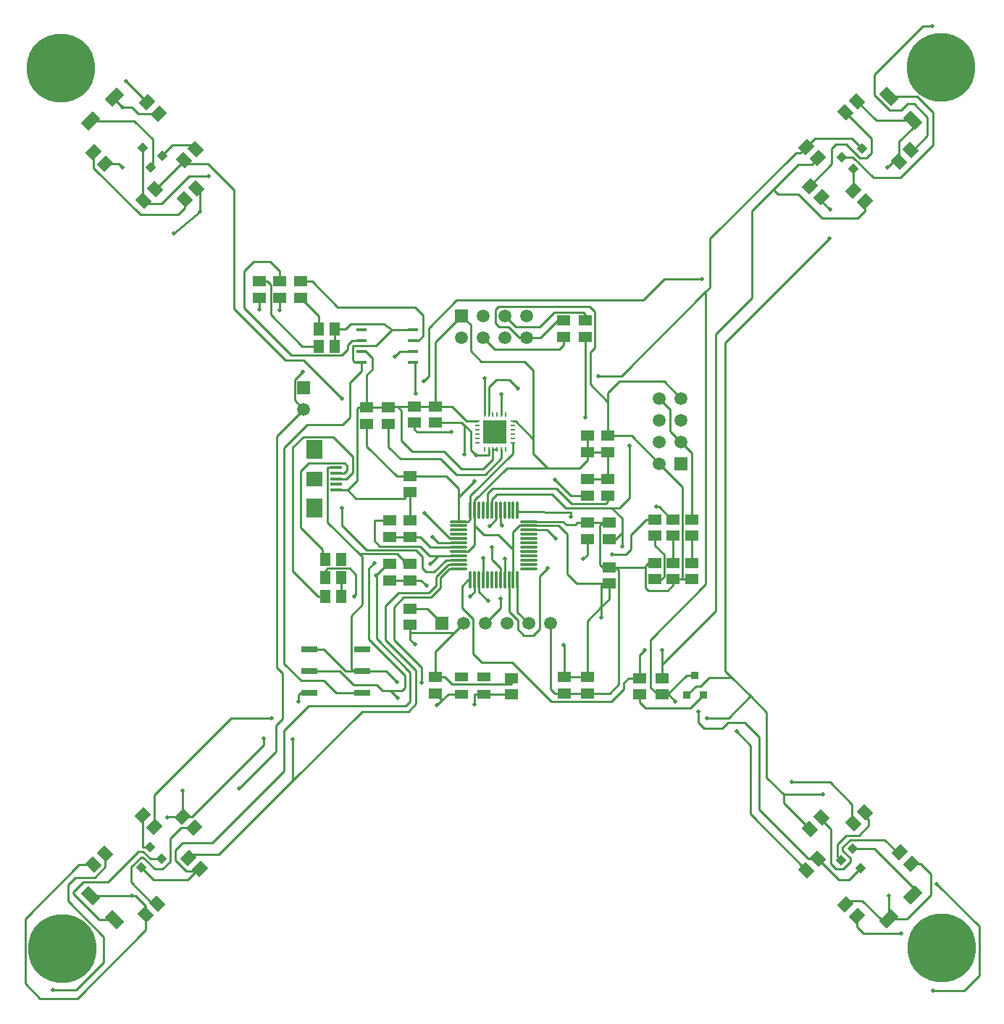
<source format=gtl>
%FSLAX25Y25*%
%MOIN*%
G70*
G01*
G75*
G04 Layer_Physical_Order=1*
G04 Layer_Color=255*
G04:AMPARAMS|DCode=10|XSize=78.74mil|YSize=47.24mil|CornerRadius=0mil|HoleSize=0mil|Usage=FLASHONLY|Rotation=45.000|XOffset=0mil|YOffset=0mil|HoleType=Round|Shape=Rectangle|*
%AMROTATEDRECTD10*
4,1,4,-0.01114,-0.04454,-0.04454,-0.01114,0.01114,0.04454,0.04454,0.01114,-0.01114,-0.04454,0.0*
%
%ADD10ROTATEDRECTD10*%

G04:AMPARAMS|DCode=11|XSize=78.74mil|YSize=47.24mil|CornerRadius=0mil|HoleSize=0mil|Usage=FLASHONLY|Rotation=315.000|XOffset=0mil|YOffset=0mil|HoleType=Round|Shape=Rectangle|*
%AMROTATEDRECTD11*
4,1,4,-0.04454,0.01114,-0.01114,0.04454,0.04454,-0.01114,0.01114,-0.04454,-0.04454,0.01114,0.0*
%
%ADD11ROTATEDRECTD11*%

%ADD12O,0.08268X0.01181*%
%ADD13O,0.01181X0.08268*%
G04:AMPARAMS|DCode=14|XSize=59.06mil|YSize=51.18mil|CornerRadius=0mil|HoleSize=0mil|Usage=FLASHONLY|Rotation=225.000|XOffset=0mil|YOffset=0mil|HoleType=Round|Shape=Rectangle|*
%AMROTATEDRECTD14*
4,1,4,0.00278,0.03897,0.03897,0.00278,-0.00278,-0.03897,-0.03897,-0.00278,0.00278,0.03897,0.0*
%
%ADD14ROTATEDRECTD14*%

G04:AMPARAMS|DCode=15|XSize=35.43mil|YSize=37.4mil|CornerRadius=0mil|HoleSize=0mil|Usage=FLASHONLY|Rotation=45.000|XOffset=0mil|YOffset=0mil|HoleType=Round|Shape=Rectangle|*
%AMROTATEDRECTD15*
4,1,4,0.00070,-0.02575,-0.02575,0.00070,-0.00070,0.02575,0.02575,-0.00070,0.00070,-0.02575,0.0*
%
%ADD15ROTATEDRECTD15*%

G04:AMPARAMS|DCode=16|XSize=35.43mil|YSize=37.4mil|CornerRadius=0mil|HoleSize=0mil|Usage=FLASHONLY|Rotation=45.000|XOffset=0mil|YOffset=0mil|HoleType=Round|Shape=Rectangle|*
%AMROTATEDRECTD16*
4,1,4,0.00070,-0.02575,-0.02575,0.00070,-0.00070,0.02575,0.02575,-0.00070,0.00070,-0.02575,0.0*
%
%ADD16ROTATEDRECTD16*%

G04:AMPARAMS|DCode=17|XSize=59.06mil|YSize=51.18mil|CornerRadius=0mil|HoleSize=0mil|Usage=FLASHONLY|Rotation=135.000|XOffset=0mil|YOffset=0mil|HoleType=Round|Shape=Rectangle|*
%AMROTATEDRECTD17*
4,1,4,0.03897,-0.00278,0.00278,-0.03897,-0.03897,0.00278,-0.00278,0.03897,0.03897,-0.00278,0.0*
%
%ADD17ROTATEDRECTD17*%

G04:AMPARAMS|DCode=18|XSize=53.15mil|YSize=15.75mil|CornerRadius=0mil|HoleSize=0mil|Usage=FLASHONLY|Rotation=0.000|XOffset=0mil|YOffset=0mil|HoleType=Round|Shape=Octagon|*
%AMOCTAGOND18*
4,1,8,0.02658,-0.00394,0.02658,0.00394,0.02264,0.00787,-0.02264,0.00787,-0.02658,0.00394,-0.02658,-0.00394,-0.02264,-0.00787,0.02264,-0.00787,0.02658,-0.00394,0.0*
%
%ADD18OCTAGOND18*%

%ADD19R,0.07480X0.09000*%
%ADD20R,0.07480X0.07087*%
G04:AMPARAMS|DCode=21|XSize=35.43mil|YSize=37.4mil|CornerRadius=0mil|HoleSize=0mil|Usage=FLASHONLY|Rotation=135.000|XOffset=0mil|YOffset=0mil|HoleType=Round|Shape=Rectangle|*
%AMROTATEDRECTD21*
4,1,4,0.02575,0.00070,-0.00070,-0.02575,-0.02575,-0.00070,0.00070,0.02575,0.02575,0.00070,0.0*
%
%ADD21ROTATEDRECTD21*%

G04:AMPARAMS|DCode=22|XSize=35.43mil|YSize=37.4mil|CornerRadius=0mil|HoleSize=0mil|Usage=FLASHONLY|Rotation=135.000|XOffset=0mil|YOffset=0mil|HoleType=Round|Shape=Rectangle|*
%AMROTATEDRECTD22*
4,1,4,0.02575,0.00070,-0.00070,-0.02575,-0.02575,-0.00070,0.00070,0.02575,0.02575,0.00070,0.0*
%
%ADD22ROTATEDRECTD22*%

%ADD23R,0.07480X0.02756*%
%ADD24O,0.02362X0.00984*%
%ADD25O,0.00984X0.02362*%
%ADD26R,0.11024X0.10630*%
%ADD27R,0.05906X0.05118*%
%ADD28R,0.05906X0.03937*%
%ADD29R,0.04724X0.01654*%
%ADD30R,0.05118X0.05906*%
%ADD31R,0.03543X0.03740*%
%ADD32R,0.03543X0.03740*%
%ADD33C,0.01000*%
%ADD34C,0.05906*%
%ADD35R,0.05906X0.05906*%
%ADD36R,0.05906X0.05906*%
%ADD37C,0.31496*%
%ADD38C,0.01969*%
D10*
X188253Y985140D02*
D03*
X199213Y996101D02*
D03*
X566747Y628860D02*
D03*
X555787Y617899D02*
D03*
D11*
X555640Y996247D02*
D03*
X566601Y985287D02*
D03*
X199360Y617753D02*
D03*
X188399Y628713D02*
D03*
D12*
X357858Y800827D02*
D03*
Y798858D02*
D03*
Y796890D02*
D03*
Y794921D02*
D03*
Y792953D02*
D03*
Y790984D02*
D03*
Y789016D02*
D03*
Y787047D02*
D03*
Y785079D02*
D03*
Y783110D02*
D03*
Y781142D02*
D03*
Y779173D02*
D03*
X390142D02*
D03*
Y781142D02*
D03*
Y783110D02*
D03*
Y785079D02*
D03*
Y787047D02*
D03*
Y789016D02*
D03*
Y790984D02*
D03*
Y792953D02*
D03*
Y794921D02*
D03*
Y796890D02*
D03*
Y798858D02*
D03*
Y800827D02*
D03*
D13*
X363173Y773858D02*
D03*
X365142D02*
D03*
X367110D02*
D03*
X369079D02*
D03*
X371047D02*
D03*
X373016D02*
D03*
X374984D02*
D03*
X376953D02*
D03*
X378921D02*
D03*
X380890D02*
D03*
X382858D02*
D03*
X384827D02*
D03*
Y806142D02*
D03*
X382858D02*
D03*
X380890D02*
D03*
X378921D02*
D03*
X376953D02*
D03*
X374984D02*
D03*
X373016D02*
D03*
X371047D02*
D03*
X369079D02*
D03*
X367110D02*
D03*
X365142D02*
D03*
X363173D02*
D03*
D14*
X189855Y970645D02*
D03*
X195145Y965355D02*
D03*
X214355Y993645D02*
D03*
X219645Y988355D02*
D03*
X217645Y660355D02*
D03*
X212355Y665645D02*
D03*
X233355Y646145D02*
D03*
X238645Y640855D02*
D03*
X230855Y665145D02*
D03*
X236145Y659855D02*
D03*
X524645Y949855D02*
D03*
X519355Y955145D02*
D03*
X523145Y967855D02*
D03*
X517855Y973145D02*
D03*
X544645Y947855D02*
D03*
X539355Y953145D02*
D03*
X541145Y619355D02*
D03*
X535855Y624645D02*
D03*
X560855Y648645D02*
D03*
X566145Y643355D02*
D03*
D15*
X216126Y963584D02*
D03*
X212229Y972771D02*
D03*
X538874Y650416D02*
D03*
X542771Y641229D02*
D03*
D16*
X221416Y968874D02*
D03*
X533584Y645126D02*
D03*
D17*
X218145Y953645D02*
D03*
X212855Y948355D02*
D03*
X231355Y966855D02*
D03*
X236645Y972145D02*
D03*
X195145Y648145D02*
D03*
X189855Y642855D02*
D03*
X219145Y625145D02*
D03*
X213855Y619855D02*
D03*
X237145Y954145D02*
D03*
X231855Y948855D02*
D03*
X565645Y971645D02*
D03*
X560355Y966355D02*
D03*
X535855Y988855D02*
D03*
X541145Y994145D02*
D03*
X517855Y640355D02*
D03*
X523145Y645645D02*
D03*
X539355Y661855D02*
D03*
X544645Y667145D02*
D03*
X519355Y659355D02*
D03*
X524645Y664645D02*
D03*
D18*
X301500Y825618D02*
D03*
Y823059D02*
D03*
Y820500D02*
D03*
Y817941D02*
D03*
Y815382D02*
D03*
D19*
X291500Y807000D02*
D03*
Y834000D02*
D03*
D20*
Y820500D02*
D03*
D21*
X220916Y645626D02*
D03*
X211729Y641729D02*
D03*
X534084Y968374D02*
D03*
X543271Y972271D02*
D03*
D22*
X215626Y650916D02*
D03*
X539374Y963084D02*
D03*
D23*
X289000Y742000D02*
D03*
Y732000D02*
D03*
Y722000D02*
D03*
X313500Y742000D02*
D03*
Y732000D02*
D03*
Y722000D02*
D03*
D24*
X366429Y846921D02*
D03*
Y844953D02*
D03*
Y842984D02*
D03*
Y841016D02*
D03*
Y839047D02*
D03*
Y837079D02*
D03*
X382571D02*
D03*
Y839047D02*
D03*
Y841016D02*
D03*
Y842984D02*
D03*
Y844953D02*
D03*
Y846921D02*
D03*
D25*
X369579Y833929D02*
D03*
X371547D02*
D03*
X373516D02*
D03*
X375484D02*
D03*
X377453D02*
D03*
X379421D02*
D03*
Y850071D02*
D03*
X377453D02*
D03*
X375484D02*
D03*
X373516D02*
D03*
X371547D02*
D03*
X369579D02*
D03*
D26*
X374500Y842000D02*
D03*
D27*
X315500Y853240D02*
D03*
Y845760D02*
D03*
X325500Y853240D02*
D03*
Y845760D02*
D03*
X347000Y853740D02*
D03*
Y846260D02*
D03*
X337500D02*
D03*
Y853740D02*
D03*
X382000Y728740D02*
D03*
Y721260D02*
D03*
X347000Y721760D02*
D03*
Y729240D02*
D03*
X326000Y781240D02*
D03*
Y773760D02*
D03*
X335500Y781240D02*
D03*
Y773760D02*
D03*
X417000Y812760D02*
D03*
Y820240D02*
D03*
X426500Y812760D02*
D03*
Y820240D02*
D03*
X417000Y792760D02*
D03*
Y800240D02*
D03*
X427000Y792760D02*
D03*
Y800240D02*
D03*
X326000Y801240D02*
D03*
Y793760D02*
D03*
X335500Y801240D02*
D03*
Y793760D02*
D03*
X441000Y728740D02*
D03*
Y721260D02*
D03*
X451500Y728740D02*
D03*
Y721260D02*
D03*
X335500Y760740D02*
D03*
Y753260D02*
D03*
X427000Y779740D02*
D03*
Y772260D02*
D03*
X426500Y840240D02*
D03*
Y832760D02*
D03*
X335500Y821740D02*
D03*
Y814260D02*
D03*
X406000Y893240D02*
D03*
Y885760D02*
D03*
X416000Y893240D02*
D03*
Y885760D02*
D03*
X406500Y729240D02*
D03*
Y721760D02*
D03*
X417000Y729240D02*
D03*
Y721760D02*
D03*
X448000Y781740D02*
D03*
Y774260D02*
D03*
X456500D02*
D03*
Y781740D02*
D03*
X465000Y774260D02*
D03*
Y781740D02*
D03*
X448000Y801740D02*
D03*
Y794260D02*
D03*
X456500Y801740D02*
D03*
Y794260D02*
D03*
X465000Y801740D02*
D03*
Y794260D02*
D03*
X266000Y911240D02*
D03*
Y903760D02*
D03*
X275500Y911240D02*
D03*
Y903760D02*
D03*
X285000D02*
D03*
Y911240D02*
D03*
X417000Y832760D02*
D03*
Y840240D02*
D03*
D28*
X358870Y729374D02*
D03*
Y721500D02*
D03*
X369500Y729374D02*
D03*
Y721500D02*
D03*
D29*
X313000Y889000D02*
D03*
Y884000D02*
D03*
Y879000D02*
D03*
Y874000D02*
D03*
X336622Y889000D02*
D03*
Y884000D02*
D03*
Y879000D02*
D03*
Y874000D02*
D03*
D30*
X296260Y783500D02*
D03*
X303740D02*
D03*
X296260Y775000D02*
D03*
X303740D02*
D03*
X296260Y766500D02*
D03*
X303740D02*
D03*
X293260Y881500D02*
D03*
X300740D02*
D03*
X293260Y889500D02*
D03*
X300740D02*
D03*
D31*
X462760Y720874D02*
D03*
X466500Y730126D02*
D03*
D32*
X470240Y720874D02*
D03*
D33*
X406500Y721760D02*
X417000D01*
X327500Y853740D02*
X337500D01*
X315500Y853240D02*
X325500D01*
X373516Y833929D02*
X375484D01*
X406500Y729240D02*
X417000D01*
Y832760D02*
Y840240D01*
Y832760D02*
X426500D01*
Y820240D02*
Y832760D01*
X417000Y820240D02*
X426500D01*
X456500Y781740D02*
Y794260D01*
X465000Y781740D02*
Y794260D01*
X539355Y953145D02*
Y958100D01*
X539374Y958118D01*
Y963084D01*
X326000Y773760D02*
X335500D01*
X369500Y721500D02*
X375600D01*
X375840Y721260D01*
X382000D01*
X303740Y766500D02*
Y775000D01*
X326000Y793760D02*
X335500D01*
X300740Y881500D02*
Y889500D01*
X423940Y800240D02*
X427000D01*
X422700Y799000D02*
X423940Y800240D01*
X422700Y781000D02*
Y799000D01*
Y781000D02*
X423960Y779740D01*
X427000D01*
X369000Y885500D02*
X374500Y880000D01*
X404000D01*
X406000Y882000D01*
Y885760D01*
X382000Y726000D02*
Y728740D01*
X351400Y729240D02*
X354640Y726000D01*
X347000Y729240D02*
X351400D01*
X355700Y749700D02*
X360000Y754000D01*
X335500Y749700D02*
X355700D01*
X335500D02*
Y753260D01*
X315500Y853240D02*
Y868300D01*
X318000Y870800D01*
X313000Y879000D02*
X315000D01*
X465000Y801740D02*
Y832500D01*
X460000Y837500D02*
X465000Y832500D01*
X417000Y729240D02*
Y755100D01*
X427000Y765100D02*
Y772260D01*
X347000Y883500D02*
X359000Y895500D01*
X347000Y853740D02*
Y883500D01*
X550002Y985287D02*
X566601D01*
X541145Y994145D02*
X550002Y985287D01*
X209142Y628713D02*
X213855Y624000D01*
Y619855D02*
Y624000D01*
X347000Y853740D02*
X354700D01*
X361519Y846921D01*
X366429D01*
X293260Y889500D02*
Y895500D01*
X455000Y842500D02*
X460000Y837500D01*
X455000Y842500D02*
Y852500D01*
X450000Y857500D02*
X455000Y852500D01*
X357858Y800827D02*
X362000D01*
X363173Y802000D01*
Y806142D01*
X221416Y968874D02*
Y969342D01*
X384827Y759173D02*
Y773858D01*
Y759173D02*
X390000Y754000D01*
X380890Y759350D02*
Y773858D01*
X343260Y760740D02*
X350000Y754000D01*
X335500Y760740D02*
X343260D01*
X310100Y874000D02*
X313000D01*
X309100Y875000D02*
X310100Y874000D01*
X309100Y875000D02*
Y881600D01*
X319700D01*
X327100Y889000D01*
X336622Y884000D02*
X339300D01*
X212355Y650916D02*
Y665645D01*
Y650916D02*
X215626D01*
X552100Y617899D02*
X555787D01*
X188253Y985140D02*
X208386D01*
X456500Y771600D02*
Y774260D01*
X454000Y769100D02*
X456500Y771600D01*
X445000Y769100D02*
X454000D01*
X443700Y770400D02*
X445000Y769100D01*
X373016Y806142D02*
Y811000D01*
X427000Y792760D02*
X430060D01*
X407700Y776560D02*
X412000Y772260D01*
X407700Y776560D02*
Y795000D01*
X403842Y798858D02*
X407700Y795000D01*
X390142Y798858D02*
X403842D01*
X390142Y800827D02*
X405848D01*
X407462Y799213D01*
X411287D01*
X412315Y800240D01*
X417000D01*
X390142Y796890D02*
X398500D01*
X402500Y792890D01*
X423500Y772260D02*
X427000D01*
X347000Y729240D02*
Y741000D01*
X450000Y807600D02*
X455800Y801800D01*
X448600Y807600D02*
X450000D01*
X369079Y773858D02*
Y784100D01*
X337500Y853740D02*
X347000D01*
X212229Y948982D02*
Y972771D01*
X523145Y645645D02*
X532789Y636000D01*
X195145Y641845D02*
Y648145D01*
X441000Y717700D02*
Y721260D01*
X335500Y746400D02*
X337700Y744200D01*
X468041Y708259D02*
X470600Y705700D01*
X479000D01*
X481600Y708300D01*
X489400D01*
X518655Y645645D02*
X523145D01*
X301500Y815382D02*
X306582D01*
X311600Y853240D02*
X315500D01*
X275500Y911240D02*
Y916000D01*
X271000Y920500D02*
X275500Y916000D01*
X263426Y920500D02*
X271000D01*
X258926Y916000D02*
X263426Y920500D01*
X258926Y898974D02*
Y916000D01*
Y898974D02*
X280700Y877200D01*
X304000D01*
X306800Y880000D01*
Y882000D01*
X308800Y884000D01*
X313000D01*
X335500Y793760D02*
X340040D01*
X344784Y789016D01*
X357858D01*
X324300Y732000D02*
X329300Y727000D01*
X313500Y732000D02*
X324300D01*
X284900Y722000D02*
X289000D01*
X283900Y721000D02*
X284900Y722000D01*
X283900Y717900D02*
Y721000D01*
X337800Y859700D02*
X337900Y859600D01*
X336622Y874000D02*
X337800D01*
X296260Y775000D02*
Y778000D01*
X297510Y779250D01*
X297500Y825618D02*
X301500D01*
X308300Y757425D02*
X313387Y762513D01*
X308300Y733000D02*
Y757425D01*
Y733000D02*
X309300Y732000D01*
X385700Y885500D02*
X389000D01*
X374700Y892000D02*
Y898500D01*
X376000Y899800D01*
X418000D01*
X420300Y897500D01*
Y880700D02*
Y897500D01*
X418200Y878600D02*
X420300Y880700D01*
X418200Y864000D02*
Y878600D01*
Y864000D02*
X426500Y855700D01*
Y840240D02*
Y855700D01*
X379000Y895500D02*
X384000Y890500D01*
X395100D01*
X401700Y897100D01*
X415000D01*
X416000Y896100D01*
Y893240D02*
Y896100D01*
X335500Y821740D02*
X352000D01*
X357700Y816040D01*
Y800827D02*
X357858D01*
X347000Y846260D02*
X359140D01*
X360500Y831800D02*
Y844900D01*
X437260Y840240D02*
X450000Y827500D01*
X426500Y840240D02*
X437260D01*
X374984Y801884D02*
Y806142D01*
X371900Y798800D02*
X374984Y801884D01*
X371547Y850071D02*
Y862547D01*
X376953Y773858D02*
Y779500D01*
X373000Y783453D02*
X376953Y779500D01*
X373000Y783453D02*
Y788900D01*
X402060Y820000D02*
X409300Y812760D01*
X417000D01*
X535855Y988845D02*
X547700Y977000D01*
X535855Y988845D02*
Y988855D01*
X538874Y650416D02*
X548984D01*
X566747Y632653D01*
Y628860D02*
Y632653D01*
X335500Y801240D02*
Y814260D01*
X266000Y898200D02*
Y903760D01*
X328400Y876600D02*
X330800Y879000D01*
X336622D01*
X218145Y953645D02*
X218423D01*
X231355Y966577D01*
Y966855D01*
X189855Y963345D02*
Y970645D01*
X231855Y945000D02*
Y948855D01*
X448000Y774260D02*
X451000D01*
X452240Y775500D01*
Y785600D01*
X448000Y789840D02*
X452240Y785600D01*
X448000Y789840D02*
Y794260D01*
X376158Y794700D02*
X382858Y788000D01*
X369400Y794700D02*
X376158D01*
X365142Y798958D02*
X369400Y794700D01*
X275500Y898000D02*
Y903760D01*
X357700Y812000D02*
X365000Y819300D01*
X365600Y831400D02*
X371547D01*
Y833929D01*
X363200Y833800D02*
X365600Y831400D01*
X363200Y833800D02*
Y842200D01*
X369579Y850071D02*
Y866700D01*
X378921Y773858D02*
Y783825D01*
X417000Y721760D02*
X427213D01*
X431300Y725847D01*
Y778440D01*
X430000Y779740D02*
X431300Y778440D01*
X559700Y648645D02*
X560855D01*
X524645Y663611D02*
Y664645D01*
X417000Y829100D02*
Y832760D01*
X371047Y806142D02*
Y813600D01*
X409687Y808913D02*
X425413D01*
X426500Y810000D01*
Y812760D01*
X373516Y829400D02*
Y833929D01*
X330987Y829613D02*
X349520D01*
X325500Y835100D02*
X330987Y829613D01*
X325500Y835100D02*
Y845760D01*
X441000Y728740D02*
Y739400D01*
X443400Y741800D01*
X566145Y643355D02*
X570245D01*
X276700Y710000D02*
Y730900D01*
X273600Y706900D02*
X276700Y710000D01*
X273600Y695113D02*
Y706900D01*
X256587Y678100D02*
X273600Y695113D01*
X301300Y722000D02*
X313500D01*
X295700Y727600D02*
X301300Y722000D01*
X285200Y727600D02*
X295700D01*
X288000Y845200D02*
X304200D01*
X313000Y870000D02*
Y874000D01*
X214355Y993645D02*
Y994000D01*
X210345Y988355D02*
X219645D01*
X341600Y865500D02*
X343900Y867800D01*
Y889700D01*
X356800Y902600D01*
X442700D01*
X452300Y912200D01*
X469600D01*
X555640Y996247D02*
X568803D01*
X576000Y989050D01*
Y974028D02*
Y989050D01*
X560903Y958931D02*
X576000Y974028D01*
X445000Y781740D02*
X448000D01*
X443700Y780440D02*
X445000Y781740D01*
X443700Y779740D02*
Y780440D01*
X400000Y723760D02*
Y754000D01*
Y723760D02*
X402000Y721760D01*
X406500D01*
X344600Y781300D02*
X348379Y785079D01*
X357858D01*
X363173Y806142D02*
Y812573D01*
X382600Y832000D01*
X382571Y837079D02*
X382600D01*
X450000Y827500D02*
X460740Y816760D01*
Y774260D02*
Y816760D01*
X456500Y774260D02*
X460740D01*
X452200Y865300D02*
X460000Y857500D01*
X431800Y865300D02*
X452200D01*
X426500Y860000D02*
X431800Y865300D01*
X288713Y715913D02*
X333387D01*
X158200Y588300D02*
X165100Y581400D01*
X158200Y588300D02*
Y618132D01*
X182924Y642855D01*
X189855D01*
X555787Y617899D02*
Y628626D01*
X326400Y722900D02*
X329600Y719700D01*
X320000Y725700D02*
X322800Y722900D01*
X289000Y732000D02*
X303000D01*
X309300Y725700D01*
X320000D01*
X331578Y722900D02*
X333087Y724409D01*
Y729981D01*
X282200Y856800D02*
X286500Y852500D01*
X195145Y965355D02*
X201345D01*
X203100Y963600D01*
X282200Y866000D02*
X285878Y869678D01*
X282200Y856800D02*
Y866000D01*
X566601Y981800D02*
Y985287D01*
X560355Y975555D02*
X566601Y981800D01*
X560355Y966355D02*
Y975555D01*
X382571Y846921D02*
X384000D01*
X365142Y806142D02*
Y810642D01*
X385758Y798858D02*
X390142D01*
X382858Y795958D02*
X385758Y798858D01*
X357858Y787047D02*
X362189D01*
X365142Y790000D01*
X337700Y744100D02*
Y744200D01*
X406000Y744100D02*
X406500Y743600D01*
Y729240D02*
Y743600D01*
X359000Y895500D02*
X363300Y891200D01*
Y879200D02*
Y891200D01*
Y879200D02*
X368000Y874500D01*
X388000D01*
X392100Y870400D01*
X416000Y848700D02*
Y885760D01*
X376953Y799647D02*
X377700Y798900D01*
X376953Y799647D02*
Y806142D01*
X444000Y801740D02*
X448000D01*
X437100Y794840D02*
X444000Y801740D01*
X437100Y788000D02*
Y794840D01*
X434700Y785600D02*
X437100Y788000D01*
X428300Y785600D02*
X434700D01*
X367110Y768400D02*
X371300Y764210D01*
X367110Y768400D02*
Y773858D01*
X377453Y850071D02*
Y859453D01*
X338600Y841900D02*
X354400D01*
X337500Y843000D02*
X338600Y841900D01*
X337500Y843000D02*
Y846260D01*
X285732Y881500D02*
X293260D01*
X271232Y896000D02*
X285732Y881500D01*
X271232Y896000D02*
Y909568D01*
X269560Y911240D02*
X271232Y909568D01*
X266000Y911240D02*
X269560D01*
X528563Y944300D02*
X528700D01*
X238645Y943355D02*
Y953645D01*
X267913Y697913D02*
Y701025D01*
X235145Y665145D02*
X267913Y697913D01*
X230855Y665145D02*
X235145D01*
X577800Y634100D02*
X597218Y614682D01*
Y592000D02*
Y614682D01*
X590318Y585100D02*
X597218Y592000D01*
X576100Y585100D02*
X590318D01*
X230855Y665145D02*
Y677153D01*
X226604Y933304D02*
X238645Y943355D01*
X224145Y665145D02*
X230855D01*
X223700Y664700D02*
X224145Y665145D01*
X229953Y659855D02*
X236145D01*
X216800Y625145D02*
X219145D01*
X541145Y614355D02*
Y619355D01*
Y614355D02*
X544100Y611400D01*
X561246D01*
X565645Y971645D02*
X566945D01*
X293000Y766500D02*
X296260D01*
X286400Y839800D02*
X300000D01*
X301500Y820500D02*
X306000D01*
X192347Y617753D02*
X199360D01*
X185000Y634900D02*
X196200D01*
X365142Y768542D02*
Y773858D01*
X363000Y766400D02*
X365142Y768542D01*
X353547Y792953D02*
X357858D01*
X341900Y804600D02*
X353547Y792953D01*
X365100Y716800D02*
Y721500D01*
X369500D01*
X347000Y721760D02*
X350030Y718730D01*
X348416Y790984D02*
X357858D01*
X345800Y793600D02*
X348416Y790984D01*
X350030Y718730D02*
X353060Y721500D01*
X358870D01*
X278128Y874900D02*
X286200D01*
X303900Y857200D01*
Y799013D02*
Y807000D01*
Y799013D02*
X315200Y787713D01*
X338080D01*
X342687Y777513D02*
X346413D01*
X234000Y647645D02*
X247417D01*
X281400Y681628D01*
Y700810D01*
X436000Y728740D02*
X441000D01*
X433800Y726540D02*
X436000Y728740D01*
X433800Y723700D02*
Y726540D01*
X428000Y717900D02*
X433800Y723700D01*
X400400Y717900D02*
X428000D01*
X382300Y736000D02*
X400400Y717900D01*
X368300Y736000D02*
X382300D01*
X364300Y740000D02*
X368300Y736000D01*
X364300Y740000D02*
Y756000D01*
X359200Y761100D02*
X364300Y756000D01*
X359200Y761100D02*
Y771058D01*
X362000Y773858D01*
X363173D01*
X525187Y940200D02*
X541200D01*
X544645Y943645D01*
Y947855D01*
X417000Y785500D02*
Y792760D01*
X415100Y783600D02*
X417000Y785500D01*
X377100Y761100D02*
Y765400D01*
X370000Y754000D02*
X377100Y761100D01*
X407165Y807126D02*
X428174D01*
X384827Y806142D02*
X385488Y805338D01*
X409500Y805000D01*
Y803000D02*
Y805000D01*
X300740Y889500D02*
X305800D01*
X307900Y891600D01*
X323500D01*
X327100Y889000D01*
X336622D01*
X295600Y742000D02*
X305600Y732000D01*
X289000Y742000D02*
X295600D01*
X332300Y781240D02*
X335500D01*
X329475Y785925D02*
X332300Y783100D01*
X357700Y800827D02*
Y812000D01*
Y816040D01*
X359140Y846260D02*
X360500Y844900D01*
X363200Y842200D01*
X382600Y832000D02*
Y837079D01*
X460740Y774260D02*
X465000D01*
X443700Y770400D02*
Y779740D01*
X427000D02*
X430000D01*
X443700D01*
X426500Y855700D02*
Y860000D01*
X417000Y800240D02*
X423940D01*
X188399Y628713D02*
X207200D01*
X209142D01*
X322800Y722900D02*
X326400D01*
X331578D01*
X337800Y859700D02*
Y874000D01*
X335500Y746400D02*
Y749700D01*
X354640Y726000D02*
X382000D01*
X347000Y741000D02*
X355700Y749700D01*
X365142Y790000D02*
Y798958D01*
Y806142D01*
X382858Y773858D02*
Y788000D01*
Y795958D01*
X417000Y755100D02*
X423500Y761600D01*
X427000Y765100D01*
X412000Y772260D02*
X423500D01*
Y756760D02*
Y761600D01*
Y772260D01*
X347700Y716400D02*
X350030Y718730D01*
X451500Y728740D02*
Y735100D01*
Y741800D01*
X305600Y732000D02*
X309300D01*
X313500D01*
X332300Y781240D02*
Y783100D01*
X306582Y815382D02*
X310464Y811500D01*
X332740D01*
X335500Y814260D01*
X480500Y732100D02*
Y883100D01*
X528450Y931050D01*
X471500Y772000D02*
Y906515D01*
X451500Y735100D02*
X476000Y759600D01*
Y886893D01*
X492700Y903593D01*
X422000Y867800D02*
X432785D01*
X471500Y906515D01*
X473387Y908402D01*
X274000Y733600D02*
X276700Y730900D01*
X274000Y733600D02*
Y840000D01*
X286500Y852500D01*
X277500Y735300D02*
X285200Y727600D01*
X277500Y735300D02*
Y834700D01*
X288000Y845200D01*
X281500Y778000D02*
X293000Y766500D01*
X281500Y778000D02*
Y834900D01*
X286400Y839800D01*
X285000Y823858D02*
X288842Y827700D01*
X285000Y798000D02*
Y823858D01*
Y798000D02*
X295000Y788000D01*
Y786000D02*
Y788000D01*
Y786000D02*
X296260Y784740D01*
Y783500D02*
Y784740D01*
X335500Y773760D02*
X340440D01*
X342900Y771300D01*
X333387Y715913D02*
X335500Y718025D01*
Y731400D01*
X338000Y716950D02*
Y732303D01*
X281400Y681628D02*
X313272Y713500D01*
X334550D01*
X338000Y716950D01*
X277500Y686100D02*
Y704700D01*
X288713Y715913D01*
X230672Y653000D02*
X244400D01*
X277500Y686100D01*
X211729Y641729D02*
X217458Y636000D01*
X221502Y641000D02*
X225000Y644498D01*
Y654902D01*
X229953Y659855D01*
X207000Y634945D02*
X216800Y625145D01*
X207000Y634945D02*
Y641900D01*
X227500Y644855D02*
Y649828D01*
X230672Y653000D01*
X227500Y644855D02*
X232355Y640000D01*
X217458Y636000D02*
X233000D01*
X232355Y640000D02*
X237000D01*
X237789D01*
X233000Y636000D02*
X237000Y640000D01*
X218000Y641000D02*
X221502D01*
X196200Y634900D02*
X210400Y649100D01*
X215901Y645626D02*
X220916D01*
X212528Y649000D02*
X215901Y645626D01*
X207000Y641900D02*
X211600Y646500D01*
X212500D01*
X218000Y641000D01*
X210500Y649000D02*
X212528D01*
X178000Y626300D02*
Y633700D01*
X180500Y629600D02*
X192347Y617753D01*
X180500Y629600D02*
Y630400D01*
X185000Y634900D01*
X165100Y581400D02*
X182400D01*
X213855Y612855D01*
Y619855D01*
X170900Y585300D02*
X181800D01*
X194500Y598000D01*
Y609800D01*
X178000Y626300D02*
X194500Y609800D01*
X178000Y633700D02*
X181300Y637000D01*
X190300D01*
X195145Y641845D01*
X212229Y948982D02*
X212855Y948355D01*
X315000Y879000D02*
X318000Y876000D01*
Y870800D02*
Y876000D01*
X349520Y829613D02*
X356633Y822500D01*
X359013Y825000D02*
X369116D01*
X373516Y829400D01*
X371047Y813600D02*
X373447Y816000D01*
X402600D01*
X409687Y808913D01*
X373016Y811000D02*
X375516Y813500D01*
X400791D01*
X407165Y807126D01*
X436300Y811800D02*
Y835800D01*
X431626Y807126D02*
X436300Y811800D01*
X428174Y807126D02*
X431626D01*
X430060Y792760D02*
X433000Y795700D01*
Y802300D01*
X428174Y807126D02*
X433000Y802300D01*
Y789500D02*
Y795700D01*
X537500Y636000D02*
X541500Y640000D01*
X532789Y636000D02*
X537500D01*
X531500Y641000D02*
X534800D01*
X529000Y643500D02*
X531500Y641000D01*
X529000Y643500D02*
Y659255D01*
X524645Y663611D02*
X529000Y659255D01*
X534800Y641000D02*
X538000Y644200D01*
X532000Y646711D02*
X533584Y645126D01*
X532000Y646711D02*
Y652416D01*
X534500Y651100D02*
X537900Y654500D01*
X553845D01*
X559700Y648645D01*
X546500Y661100D02*
Y663789D01*
X544145Y666145D02*
X546500Y663789D01*
X532000Y652416D02*
X536084Y656500D01*
X541900D01*
X546500Y661100D01*
X519355Y955145D02*
X529500Y965290D01*
X545500Y968000D02*
X547700Y970200D01*
Y977000D01*
X542500Y968000D02*
X545500D01*
X534084Y968374D02*
X539126D01*
X548569Y958931D01*
X560903D01*
X523500Y949500D02*
X528700Y944300D01*
X566945Y971645D02*
X573500Y978200D01*
Y986750D01*
X556050Y990000D02*
X561500D01*
X564500Y993000D01*
X567250D01*
X573500Y986750D01*
X549000Y997050D02*
X556050Y990000D01*
X549000Y997050D02*
Y1006500D01*
X571200Y1028700D01*
X575700D01*
X207401Y991300D02*
X210345Y988355D01*
X202986Y991300D02*
X207401D01*
X199213Y995073D02*
Y996101D01*
Y995073D02*
X202986Y991300D01*
X204600Y1003492D02*
X214092Y994000D01*
X214355D01*
X189855Y963345D02*
X211200Y942000D01*
X228855D01*
X231855Y945000D01*
X212855Y948355D02*
X214211Y947000D01*
X221416Y969342D02*
X226073Y974000D01*
X234789D01*
X236645Y972145D01*
X231355Y966855D02*
X232711Y965500D01*
X214211Y947000D02*
X221000D01*
X233600Y959600D01*
X242700D01*
X232711Y965500D02*
X242500D01*
X216126Y963584D02*
X217000Y964458D01*
Y976526D01*
X208386Y985140D02*
X217000Y976526D01*
X351013Y833000D02*
X359013Y825000D01*
X336500Y833000D02*
X351013D01*
X331500Y838000D02*
X336500Y833000D01*
X331500Y838000D02*
Y851740D01*
X329620Y853620D02*
X331500Y851740D01*
X307775Y864775D02*
X313000Y870000D01*
X304200Y845200D02*
X307775Y848775D01*
Y864775D01*
X309600Y766300D02*
X310500Y767200D01*
X297510Y779250D02*
X307750D01*
X310500Y776500D01*
Y767200D02*
Y776500D01*
X320000Y746900D02*
X335500Y731400D01*
X320000Y776200D02*
X325040Y781240D01*
X320000Y746900D02*
Y776200D01*
X325040Y781240D02*
X326000D01*
X324000Y746303D02*
X338000Y732303D01*
X324000Y746303D02*
Y762000D01*
X330000Y768000D01*
X340700Y726700D02*
Y733800D01*
X328000Y746500D02*
X340700Y733800D01*
X328000Y746500D02*
Y761500D01*
X332500Y766000D01*
X316500Y746568D02*
X333087Y729981D01*
X316500Y746568D02*
Y779300D01*
X319000Y781800D01*
X312075Y785925D02*
X329475D01*
X313387Y762513D02*
Y781000D01*
X297500Y800500D02*
Y825618D01*
X313387Y781387D02*
Y784613D01*
X341000Y779200D02*
X342687Y777513D01*
X341000Y779200D02*
Y784793D01*
X338080Y787713D02*
X341000Y784793D01*
X330000Y768000D02*
X344000D01*
X347200Y771200D01*
X352010Y783110D02*
X357858D01*
X346413Y777513D02*
X352010Y783110D01*
X353500Y779173D02*
X357858D01*
X347200Y775401D02*
X352941Y781142D01*
X347200Y771200D02*
Y775401D01*
X352941Y781142D02*
X357858D01*
X349400Y775073D02*
X353500Y779173D01*
X349400Y770400D02*
Y775073D01*
X345000Y766000D02*
X349400Y770400D01*
X332500Y766000D02*
X345000D01*
X395000Y775700D02*
X398700Y779400D01*
X387740Y748500D02*
X392000D01*
X395000Y751500D01*
Y775700D01*
X385000Y751240D02*
X387740Y748500D01*
X385000Y751240D02*
Y755240D01*
X380890Y759350D02*
X385000Y755240D01*
X371547Y862547D02*
X375000Y866000D01*
X381040D01*
X385100Y861940D01*
X374700Y892000D02*
X376200Y890500D01*
X380700D01*
X385700Y885500D01*
X392100Y832000D02*
X398600Y825500D01*
X380000D02*
X413400D01*
X417000Y829100D01*
X384000Y846921D02*
X392100Y838821D01*
Y832000D02*
Y838821D01*
Y870400D01*
X365142Y810642D02*
X380000Y825500D01*
X356633Y822500D02*
X370000D01*
X377453Y829953D01*
Y833929D01*
X315500Y835500D02*
Y845760D01*
Y835500D02*
X329260Y821740D01*
X335500D01*
X306582Y815382D02*
X311000Y819800D01*
Y852640D01*
X311600Y853240D01*
X306000Y820500D02*
X309000Y823500D01*
Y830800D01*
X300000Y839800D02*
X309000Y830800D01*
X301500Y823059D02*
X305059D01*
X288842Y827700D02*
X305300D01*
X305059Y823059D02*
X306500Y824500D01*
Y826500D01*
X305300Y827700D02*
X306500Y826500D01*
X340000Y789500D02*
X344421Y785079D01*
X348379D01*
X319000Y801240D02*
X326000D01*
X319000Y792000D02*
Y801240D01*
Y792000D02*
X321500Y789500D01*
X340000D01*
X297500Y800500D02*
X312075Y785925D01*
X313387Y784613D01*
X441000Y717700D02*
X443700Y715000D01*
X453760Y721260D02*
X462626Y730126D01*
X466500D01*
X446000Y746500D02*
X471500Y772000D01*
X449240Y721260D02*
X451500D01*
X446000Y724500D02*
X449240Y721260D01*
X446000Y724500D02*
Y746500D01*
X473126Y729126D02*
X483474D01*
X469000Y725000D02*
X473126Y729126D01*
X466886Y725000D02*
X469000D01*
X462760Y720874D02*
X466886Y725000D01*
X443700Y715000D02*
X464366D01*
X470240Y720874D01*
X480500Y732100D02*
X483474Y729126D01*
X472175Y710500D02*
X482000D01*
X492050Y720550D01*
X483474Y729126D02*
X492050Y720550D01*
X454240Y721260D02*
X457500Y718000D01*
X451500Y721260D02*
X453760D01*
X454240D01*
X468041Y708259D02*
Y713500D01*
X496000Y668300D02*
X518655Y645645D01*
X496000Y668300D02*
Y701700D01*
X489400Y708300D02*
X496000Y701700D01*
X492050Y720550D02*
X499500Y713100D01*
X485600Y704200D02*
X492000Y697800D01*
Y666211D02*
Y697800D01*
Y666211D02*
X517855Y640355D01*
X499500Y683000D02*
Y713100D01*
Y683000D02*
X507300Y675200D01*
X473387Y908402D02*
Y930887D01*
X492700Y903593D02*
Y943700D01*
X514000Y965000D02*
X520289D01*
X523145Y967855D01*
X514000Y951387D02*
X525187Y940200D01*
X504613Y951387D02*
X514000D01*
X503000Y953000D02*
X504613Y951387D01*
X492700Y943700D02*
X514000Y965000D01*
X517855Y973145D02*
X521711Y977000D01*
X473387Y930887D02*
X512895Y970395D01*
X515105D01*
X517855Y973145D01*
X521711Y977000D02*
X538542D01*
X543271Y972271D01*
X536000Y974500D02*
X542500Y968000D01*
X529500Y965290D02*
Y972500D01*
X531500Y974500D01*
X536000D01*
X254500Y898528D02*
X278128Y874900D01*
X254500Y898528D02*
Y953500D01*
X242500Y965500D02*
X254500Y953500D01*
X285000Y903760D02*
X293260Y895500D01*
X339300Y884000D02*
X341500Y886200D01*
Y895700D01*
X337700Y899500D02*
X341500Y895700D01*
X285000Y911240D02*
X290260D01*
X302000Y899500D01*
X337700D01*
X389000Y885500D02*
X395500D01*
X403240Y893240D01*
X406000D01*
X555000Y963800D02*
X557555Y966355D01*
X560355D01*
X510900Y680900D02*
X528600D01*
X538855Y670645D01*
Y660855D02*
Y670645D01*
X507500Y671210D02*
X519355Y659355D01*
X507500Y671210D02*
Y675200D01*
X507300D02*
X525500D01*
X534500Y649500D02*
Y651100D01*
Y649500D02*
X538000Y646000D01*
Y644200D02*
Y646000D01*
X555787Y617899D02*
X563899D01*
X575000Y629000D01*
Y638600D01*
X570245Y643355D02*
X575000Y638600D01*
X535855Y624645D02*
X537711Y626500D01*
X543499D01*
X552100Y617899D01*
X217645Y660355D02*
Y675145D01*
X253010Y710510D01*
X271700D01*
D34*
X450000Y857500D02*
D03*
Y847500D02*
D03*
Y837500D02*
D03*
Y827500D02*
D03*
X460000Y857500D02*
D03*
Y847500D02*
D03*
Y837500D02*
D03*
X360000Y754000D02*
D03*
X370000D02*
D03*
X380000D02*
D03*
X390000D02*
D03*
X400000D02*
D03*
X359000Y885500D02*
D03*
X369000D02*
D03*
Y895500D02*
D03*
X379000Y885500D02*
D03*
Y895500D02*
D03*
X389000Y885500D02*
D03*
Y895500D02*
D03*
X286500Y852500D02*
D03*
D35*
X460000Y827500D02*
D03*
X286500Y862500D02*
D03*
D36*
X350000Y754000D02*
D03*
X359000Y895500D02*
D03*
D37*
X174818Y1009182D02*
D03*
X579682Y1009682D02*
D03*
X175318Y604318D02*
D03*
X580182Y604818D02*
D03*
D38*
X372138Y844362D02*
D03*
X376862D02*
D03*
X372138Y839638D02*
D03*
X376862D02*
D03*
X398700Y779400D02*
D03*
X402500Y792890D02*
D03*
X423500Y756760D02*
D03*
X448600Y807600D02*
D03*
X369079Y784100D02*
D03*
X170900Y585300D02*
D03*
X337700Y744200D02*
D03*
X242700Y959600D02*
D03*
X329300Y727000D02*
D03*
X283900Y717900D02*
D03*
X337900Y859600D02*
D03*
X309600Y766300D02*
D03*
X360500Y831800D02*
D03*
X371900Y798800D02*
D03*
X385100Y861940D02*
D03*
X373000Y788900D02*
D03*
X402060Y820000D02*
D03*
X266000Y898200D02*
D03*
X328400Y876600D02*
D03*
X275500Y898000D02*
D03*
X365000Y819300D02*
D03*
X365600Y831400D02*
D03*
X436300Y835800D02*
D03*
X369579Y866700D02*
D03*
X378921Y783825D02*
D03*
X443400Y741800D02*
D03*
X451500D02*
D03*
X256587Y678100D02*
D03*
X207200Y628713D02*
D03*
X204600Y1003492D02*
D03*
X341600Y865500D02*
D03*
X469600Y912200D02*
D03*
X555000Y963800D02*
D03*
X344600Y781300D02*
D03*
X319700Y775900D02*
D03*
X422000Y867800D02*
D03*
X555787Y628626D02*
D03*
X329600Y719700D02*
D03*
X319000Y781800D02*
D03*
X285878Y869678D02*
D03*
X202986Y991300D02*
D03*
X203100Y963600D02*
D03*
X406000Y744100D02*
D03*
X416000Y848700D02*
D03*
X377700Y798900D02*
D03*
X428300Y785600D02*
D03*
X371300Y764210D02*
D03*
X377453Y859453D02*
D03*
X354400Y841900D02*
D03*
X528563Y944300D02*
D03*
X238645Y943355D02*
D03*
X267913Y701025D02*
D03*
X525500Y675200D02*
D03*
X577800Y634100D02*
D03*
X576100Y585100D02*
D03*
X230855Y677153D02*
D03*
X472175Y710500D02*
D03*
X226604Y933304D02*
D03*
X223700Y664700D02*
D03*
X561246Y611400D02*
D03*
X575700Y1028700D02*
D03*
X363000Y766400D02*
D03*
X342900Y771300D02*
D03*
X341900Y804600D02*
D03*
X365100Y716800D02*
D03*
X345800Y793600D02*
D03*
X347700Y716400D02*
D03*
X303900Y857200D02*
D03*
Y807000D02*
D03*
X281400Y700810D02*
D03*
X271700Y710510D02*
D03*
X485600Y704200D02*
D03*
X510900Y680900D02*
D03*
X340700Y726700D02*
D03*
X415100Y783600D02*
D03*
X377100Y765400D02*
D03*
X433000Y789500D02*
D03*
X409500Y803000D02*
D03*
X528500Y931000D02*
D03*
X457500Y718000D02*
D03*
X468041Y713500D02*
D03*
M02*

</source>
